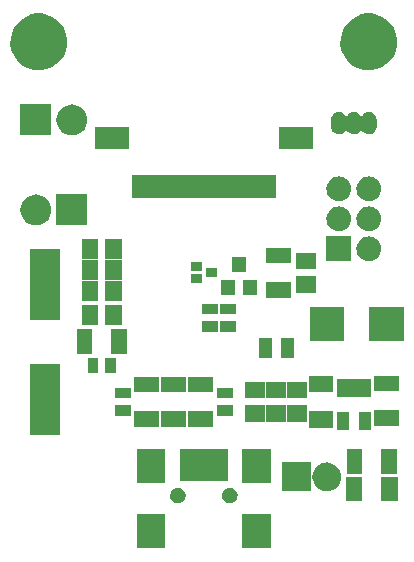
<source format=gts>
G04 #@! TF.FileFunction,Soldermask,Top*
%FSLAX46Y46*%
G04 Gerber Fmt 4.6, Leading zero omitted, Abs format (unit mm)*
G04 Created by KiCad (PCBNEW 4.0.7) date Thu Jul 12 22:31:34 2018*
%MOMM*%
%LPD*%
G01*
G04 APERTURE LIST*
%ADD10C,0.100000*%
G04 APERTURE END LIST*
D10*
G36*
X145350000Y-122868000D02*
X142950000Y-122868000D01*
X142950000Y-119968000D01*
X145350000Y-119968000D01*
X145350000Y-122868000D01*
X145350000Y-122868000D01*
G37*
G36*
X136450000Y-122868000D02*
X134050000Y-122868000D01*
X134050000Y-119968000D01*
X136450000Y-119968000D01*
X136450000Y-122868000D01*
X136450000Y-122868000D01*
G37*
G36*
X137568272Y-117768431D02*
X137693142Y-117794063D01*
X137810651Y-117843460D01*
X137916331Y-117914741D01*
X138006154Y-118005194D01*
X138076697Y-118111369D01*
X138125269Y-118229216D01*
X138149962Y-118353920D01*
X138149962Y-118353930D01*
X138150028Y-118354264D01*
X138147995Y-118499861D01*
X138147919Y-118500195D01*
X138147919Y-118500206D01*
X138119756Y-118624164D01*
X138067908Y-118740616D01*
X137994430Y-118844779D01*
X137902117Y-118932687D01*
X137794486Y-119000991D01*
X137675644Y-119047088D01*
X137550111Y-119069222D01*
X137422667Y-119066553D01*
X137298164Y-119039179D01*
X137181355Y-118988146D01*
X137076683Y-118915397D01*
X136988131Y-118823699D01*
X136919081Y-118716555D01*
X136872155Y-118598034D01*
X136849143Y-118472651D01*
X136850924Y-118345192D01*
X136877425Y-118220511D01*
X136927643Y-118103344D01*
X136999660Y-117998166D01*
X137090737Y-117908976D01*
X137197400Y-117839178D01*
X137315590Y-117791426D01*
X137440800Y-117767541D01*
X137568272Y-117768431D01*
X137568272Y-117768431D01*
G37*
G36*
X141968272Y-117768431D02*
X142093142Y-117794063D01*
X142210651Y-117843460D01*
X142316331Y-117914741D01*
X142406154Y-118005194D01*
X142476697Y-118111369D01*
X142525269Y-118229216D01*
X142549962Y-118353920D01*
X142549962Y-118353930D01*
X142550028Y-118354264D01*
X142547995Y-118499861D01*
X142547919Y-118500195D01*
X142547919Y-118500206D01*
X142519756Y-118624164D01*
X142467908Y-118740616D01*
X142394430Y-118844779D01*
X142302117Y-118932687D01*
X142194486Y-119000991D01*
X142075644Y-119047088D01*
X141950111Y-119069222D01*
X141822667Y-119066553D01*
X141698164Y-119039179D01*
X141581355Y-118988146D01*
X141476683Y-118915397D01*
X141388131Y-118823699D01*
X141319081Y-118716555D01*
X141272155Y-118598034D01*
X141249143Y-118472651D01*
X141250924Y-118345192D01*
X141277425Y-118220511D01*
X141327643Y-118103344D01*
X141399660Y-117998166D01*
X141490737Y-117908976D01*
X141597400Y-117839178D01*
X141715590Y-117791426D01*
X141840800Y-117767541D01*
X141968272Y-117768431D01*
X141968272Y-117768431D01*
G37*
G36*
X153124000Y-118856000D02*
X151724000Y-118856000D01*
X151724000Y-116856000D01*
X153124000Y-116856000D01*
X153124000Y-118856000D01*
X153124000Y-118856000D01*
G37*
G36*
X156124000Y-118856000D02*
X154724000Y-118856000D01*
X154724000Y-116856000D01*
X156124000Y-116856000D01*
X156124000Y-118856000D01*
X156124000Y-118856000D01*
G37*
G36*
X150358462Y-115642945D02*
X150358471Y-115642948D01*
X150358511Y-115642952D01*
X150585219Y-115713130D01*
X150793979Y-115826006D01*
X150976838Y-115977281D01*
X151126832Y-116161192D01*
X151238248Y-116370734D01*
X151306841Y-116597927D01*
X151330000Y-116834116D01*
X151330000Y-116845922D01*
X151329896Y-116860838D01*
X151329895Y-116860846D01*
X151329881Y-116862862D01*
X151303427Y-117098705D01*
X151231669Y-117324917D01*
X151117338Y-117532884D01*
X150964791Y-117714683D01*
X150779837Y-117863389D01*
X150569522Y-117973340D01*
X150341856Y-118040345D01*
X150341822Y-118040348D01*
X150341809Y-118040352D01*
X150105513Y-118061857D01*
X149869538Y-118037055D01*
X149869529Y-118037052D01*
X149869489Y-118037048D01*
X149642781Y-117966870D01*
X149434021Y-117853994D01*
X149251162Y-117702719D01*
X149101168Y-117518808D01*
X148989752Y-117309266D01*
X148921159Y-117082073D01*
X148898000Y-116845884D01*
X148898000Y-116834078D01*
X148898104Y-116819162D01*
X148898105Y-116819154D01*
X148898119Y-116817138D01*
X148924573Y-116581295D01*
X148996331Y-116355083D01*
X149110662Y-116147116D01*
X149263209Y-115965317D01*
X149448163Y-115816611D01*
X149658478Y-115706660D01*
X149886144Y-115639655D01*
X149886178Y-115639652D01*
X149886191Y-115639648D01*
X150122487Y-115618143D01*
X150358462Y-115642945D01*
X150358462Y-115642945D01*
G37*
G36*
X148790000Y-118056000D02*
X146358000Y-118056000D01*
X146358000Y-115624000D01*
X148790000Y-115624000D01*
X148790000Y-118056000D01*
X148790000Y-118056000D01*
G37*
G36*
X136450000Y-117368000D02*
X134050000Y-117368000D01*
X134050000Y-114468000D01*
X136450000Y-114468000D01*
X136450000Y-117368000D01*
X136450000Y-117368000D01*
G37*
G36*
X145350000Y-117368000D02*
X142950000Y-117368000D01*
X142950000Y-114468000D01*
X145350000Y-114468000D01*
X145350000Y-117368000D01*
X145350000Y-117368000D01*
G37*
G36*
X141750000Y-117168000D02*
X137650000Y-117168000D01*
X137650000Y-114468000D01*
X141750000Y-114468000D01*
X141750000Y-117168000D01*
X141750000Y-117168000D01*
G37*
G36*
X153124000Y-116620000D02*
X151824000Y-116620000D01*
X151824000Y-114520000D01*
X153124000Y-114520000D01*
X153124000Y-116620000D01*
X153124000Y-116620000D01*
G37*
G36*
X156024000Y-116620000D02*
X154724000Y-116620000D01*
X154724000Y-114520000D01*
X156024000Y-114520000D01*
X156024000Y-116620000D01*
X156024000Y-116620000D01*
G37*
G36*
X127488290Y-113259210D02*
X124987710Y-113259210D01*
X124987710Y-107258510D01*
X127488290Y-107258510D01*
X127488290Y-113259210D01*
X127488290Y-113259210D01*
G37*
G36*
X151950000Y-112844000D02*
X150950000Y-112844000D01*
X150950000Y-111344000D01*
X151950000Y-111344000D01*
X151950000Y-112844000D01*
X151950000Y-112844000D01*
G37*
G36*
X153850000Y-112844000D02*
X152850000Y-112844000D01*
X152850000Y-111344000D01*
X153850000Y-111344000D01*
X153850000Y-112844000D01*
X153850000Y-112844000D01*
G37*
G36*
X150606000Y-112690000D02*
X148606000Y-112690000D01*
X148606000Y-111290000D01*
X150606000Y-111290000D01*
X150606000Y-112690000D01*
X150606000Y-112690000D01*
G37*
G36*
X140496000Y-112590000D02*
X138396000Y-112590000D01*
X138396000Y-111290000D01*
X140496000Y-111290000D01*
X140496000Y-112590000D01*
X140496000Y-112590000D01*
G37*
G36*
X138210000Y-112590000D02*
X136110000Y-112590000D01*
X136110000Y-111290000D01*
X138210000Y-111290000D01*
X138210000Y-112590000D01*
X138210000Y-112590000D01*
G37*
G36*
X135924000Y-112590000D02*
X133824000Y-112590000D01*
X133824000Y-111290000D01*
X135924000Y-111290000D01*
X135924000Y-112590000D01*
X135924000Y-112590000D01*
G37*
G36*
X156244000Y-112516000D02*
X154144000Y-112516000D01*
X154144000Y-111216000D01*
X156244000Y-111216000D01*
X156244000Y-112516000D01*
X156244000Y-112516000D01*
G37*
G36*
X146621000Y-112190000D02*
X144971000Y-112190000D01*
X144971000Y-110790000D01*
X146621000Y-110790000D01*
X146621000Y-112190000D01*
X146621000Y-112190000D01*
G37*
G36*
X144843000Y-112190000D02*
X143193000Y-112190000D01*
X143193000Y-110790000D01*
X144843000Y-110790000D01*
X144843000Y-112190000D01*
X144843000Y-112190000D01*
G37*
G36*
X148399000Y-112190000D02*
X146749000Y-112190000D01*
X146749000Y-110790000D01*
X148399000Y-110790000D01*
X148399000Y-112190000D01*
X148399000Y-112190000D01*
G37*
G36*
X133492000Y-111690000D02*
X132192000Y-111690000D01*
X132192000Y-110790000D01*
X133492000Y-110790000D01*
X133492000Y-111690000D01*
X133492000Y-111690000D01*
G37*
G36*
X142128000Y-111690000D02*
X140828000Y-111690000D01*
X140828000Y-110790000D01*
X142128000Y-110790000D01*
X142128000Y-111690000D01*
X142128000Y-111690000D01*
G37*
G36*
X148399000Y-110190000D02*
X146749000Y-110190000D01*
X146749000Y-108790000D01*
X148399000Y-108790000D01*
X148399000Y-110190000D01*
X148399000Y-110190000D01*
G37*
G36*
X146621000Y-110190000D02*
X144971000Y-110190000D01*
X144971000Y-108790000D01*
X146621000Y-108790000D01*
X146621000Y-110190000D01*
X146621000Y-110190000D01*
G37*
G36*
X133492000Y-110190000D02*
X132192000Y-110190000D01*
X132192000Y-109290000D01*
X133492000Y-109290000D01*
X133492000Y-110190000D01*
X133492000Y-110190000D01*
G37*
G36*
X144843000Y-110190000D02*
X143193000Y-110190000D01*
X143193000Y-108790000D01*
X144843000Y-108790000D01*
X144843000Y-110190000D01*
X144843000Y-110190000D01*
G37*
G36*
X142128000Y-110190000D02*
X140828000Y-110190000D01*
X140828000Y-109290000D01*
X142128000Y-109290000D01*
X142128000Y-110190000D01*
X142128000Y-110190000D01*
G37*
G36*
X153850000Y-110044000D02*
X150950000Y-110044000D01*
X150950000Y-108544000D01*
X153850000Y-108544000D01*
X153850000Y-110044000D01*
X153850000Y-110044000D01*
G37*
G36*
X140496000Y-109690000D02*
X138396000Y-109690000D01*
X138396000Y-108390000D01*
X140496000Y-108390000D01*
X140496000Y-109690000D01*
X140496000Y-109690000D01*
G37*
G36*
X150606000Y-109690000D02*
X148606000Y-109690000D01*
X148606000Y-108290000D01*
X150606000Y-108290000D01*
X150606000Y-109690000D01*
X150606000Y-109690000D01*
G37*
G36*
X135924000Y-109690000D02*
X133824000Y-109690000D01*
X133824000Y-108390000D01*
X135924000Y-108390000D01*
X135924000Y-109690000D01*
X135924000Y-109690000D01*
G37*
G36*
X138210000Y-109690000D02*
X136110000Y-109690000D01*
X136110000Y-108390000D01*
X138210000Y-108390000D01*
X138210000Y-109690000D01*
X138210000Y-109690000D01*
G37*
G36*
X156244000Y-109616000D02*
X154144000Y-109616000D01*
X154144000Y-108316000D01*
X156244000Y-108316000D01*
X156244000Y-109616000D01*
X156244000Y-109616000D01*
G37*
G36*
X130764000Y-108092000D02*
X129864000Y-108092000D01*
X129864000Y-106792000D01*
X130764000Y-106792000D01*
X130764000Y-108092000D01*
X130764000Y-108092000D01*
G37*
G36*
X132264000Y-108092000D02*
X131364000Y-108092000D01*
X131364000Y-106792000D01*
X132264000Y-106792000D01*
X132264000Y-108092000D01*
X132264000Y-108092000D01*
G37*
G36*
X145462000Y-106768000D02*
X144362000Y-106768000D01*
X144362000Y-105068000D01*
X145462000Y-105068000D01*
X145462000Y-106768000D01*
X145462000Y-106768000D01*
G37*
G36*
X147362000Y-106768000D02*
X146262000Y-106768000D01*
X146262000Y-105068000D01*
X147362000Y-105068000D01*
X147362000Y-106768000D01*
X147362000Y-106768000D01*
G37*
G36*
X130264000Y-106460000D02*
X128964000Y-106460000D01*
X128964000Y-104360000D01*
X130264000Y-104360000D01*
X130264000Y-106460000D01*
X130264000Y-106460000D01*
G37*
G36*
X133164000Y-106460000D02*
X131864000Y-106460000D01*
X131864000Y-104360000D01*
X133164000Y-104360000D01*
X133164000Y-106460000D01*
X133164000Y-106460000D01*
G37*
G36*
X151604000Y-105336000D02*
X148654000Y-105336000D01*
X148654000Y-102436000D01*
X151604000Y-102436000D01*
X151604000Y-105336000D01*
X151604000Y-105336000D01*
G37*
G36*
X156654000Y-105336000D02*
X153704000Y-105336000D01*
X153704000Y-102436000D01*
X156654000Y-102436000D01*
X156654000Y-105336000D01*
X156654000Y-105336000D01*
G37*
G36*
X140858000Y-104578000D02*
X139558000Y-104578000D01*
X139558000Y-103678000D01*
X140858000Y-103678000D01*
X140858000Y-104578000D01*
X140858000Y-104578000D01*
G37*
G36*
X142382000Y-104578000D02*
X141082000Y-104578000D01*
X141082000Y-103678000D01*
X142382000Y-103678000D01*
X142382000Y-104578000D01*
X142382000Y-104578000D01*
G37*
G36*
X132748000Y-103949000D02*
X131348000Y-103949000D01*
X131348000Y-102299000D01*
X132748000Y-102299000D01*
X132748000Y-103949000D01*
X132748000Y-103949000D01*
G37*
G36*
X130748000Y-103949000D02*
X129348000Y-103949000D01*
X129348000Y-102299000D01*
X130748000Y-102299000D01*
X130748000Y-103949000D01*
X130748000Y-103949000D01*
G37*
G36*
X127488290Y-103561490D02*
X124987710Y-103561490D01*
X124987710Y-97560790D01*
X127488290Y-97560790D01*
X127488290Y-103561490D01*
X127488290Y-103561490D01*
G37*
G36*
X140858000Y-103078000D02*
X139558000Y-103078000D01*
X139558000Y-102178000D01*
X140858000Y-102178000D01*
X140858000Y-103078000D01*
X140858000Y-103078000D01*
G37*
G36*
X142382000Y-103078000D02*
X141082000Y-103078000D01*
X141082000Y-102178000D01*
X142382000Y-102178000D01*
X142382000Y-103078000D01*
X142382000Y-103078000D01*
G37*
G36*
X132764000Y-101917000D02*
X131364000Y-101917000D01*
X131364000Y-100267000D01*
X132764000Y-100267000D01*
X132764000Y-101917000D01*
X132764000Y-101917000D01*
G37*
G36*
X130764000Y-101917000D02*
X129364000Y-101917000D01*
X129364000Y-100267000D01*
X130764000Y-100267000D01*
X130764000Y-101917000D01*
X130764000Y-101917000D01*
G37*
G36*
X147100000Y-101668000D02*
X145000000Y-101668000D01*
X145000000Y-100368000D01*
X147100000Y-100368000D01*
X147100000Y-101668000D01*
X147100000Y-101668000D01*
G37*
G36*
X142332000Y-101488000D02*
X141132000Y-101488000D01*
X141132000Y-100188000D01*
X142332000Y-100188000D01*
X142332000Y-101488000D01*
X142332000Y-101488000D01*
G37*
G36*
X144232000Y-101488000D02*
X143032000Y-101488000D01*
X143032000Y-100188000D01*
X144232000Y-100188000D01*
X144232000Y-101488000D01*
X144232000Y-101488000D01*
G37*
G36*
X149161000Y-101268000D02*
X147511000Y-101268000D01*
X147511000Y-99868000D01*
X149161000Y-99868000D01*
X149161000Y-101268000D01*
X149161000Y-101268000D01*
G37*
G36*
X139507000Y-100446000D02*
X138599000Y-100446000D01*
X138599000Y-99690000D01*
X139507000Y-99690000D01*
X139507000Y-100446000D01*
X139507000Y-100446000D01*
G37*
G36*
X130764000Y-100139000D02*
X129364000Y-100139000D01*
X129364000Y-98489000D01*
X130764000Y-98489000D01*
X130764000Y-100139000D01*
X130764000Y-100139000D01*
G37*
G36*
X132764000Y-100139000D02*
X131364000Y-100139000D01*
X131364000Y-98489000D01*
X132764000Y-98489000D01*
X132764000Y-100139000D01*
X132764000Y-100139000D01*
G37*
G36*
X140802000Y-99946000D02*
X139894000Y-99946000D01*
X139894000Y-99190000D01*
X140802000Y-99190000D01*
X140802000Y-99946000D01*
X140802000Y-99946000D01*
G37*
G36*
X143282000Y-99488000D02*
X142082000Y-99488000D01*
X142082000Y-98188000D01*
X143282000Y-98188000D01*
X143282000Y-99488000D01*
X143282000Y-99488000D01*
G37*
G36*
X139507000Y-99446000D02*
X138599000Y-99446000D01*
X138599000Y-98690000D01*
X139507000Y-98690000D01*
X139507000Y-99446000D01*
X139507000Y-99446000D01*
G37*
G36*
X149161000Y-99268000D02*
X147511000Y-99268000D01*
X147511000Y-97868000D01*
X149161000Y-97868000D01*
X149161000Y-99268000D01*
X149161000Y-99268000D01*
G37*
G36*
X147100000Y-98768000D02*
X145000000Y-98768000D01*
X145000000Y-97468000D01*
X147100000Y-97468000D01*
X147100000Y-98768000D01*
X147100000Y-98768000D01*
G37*
G36*
X153684470Y-96486065D02*
X153689741Y-96486102D01*
X153893388Y-96508945D01*
X154088720Y-96570908D01*
X154268296Y-96669631D01*
X154425277Y-96801353D01*
X154553684Y-96961059D01*
X154648624Y-97142663D01*
X154706483Y-97339250D01*
X154706487Y-97339289D01*
X154706489Y-97339297D01*
X154725057Y-97543328D01*
X154703642Y-97747082D01*
X154703639Y-97747091D01*
X154703635Y-97747132D01*
X154643037Y-97942891D01*
X154545570Y-98123153D01*
X154414947Y-98281049D01*
X154256142Y-98410567D01*
X154075205Y-98506773D01*
X153879027Y-98566003D01*
X153675081Y-98586000D01*
X153664882Y-98586000D01*
X153655530Y-98585935D01*
X153650259Y-98585898D01*
X153446612Y-98563055D01*
X153251280Y-98501092D01*
X153071704Y-98402369D01*
X152914723Y-98270647D01*
X152786316Y-98110941D01*
X152691376Y-97929337D01*
X152633517Y-97732750D01*
X152633513Y-97732711D01*
X152633511Y-97732703D01*
X152614943Y-97528672D01*
X152636358Y-97324918D01*
X152636361Y-97324909D01*
X152636365Y-97324868D01*
X152696963Y-97129109D01*
X152794430Y-96948847D01*
X152925053Y-96790951D01*
X153083858Y-96661433D01*
X153264795Y-96565227D01*
X153460973Y-96505997D01*
X153664919Y-96486000D01*
X153675118Y-96486000D01*
X153684470Y-96486065D01*
X153684470Y-96486065D01*
G37*
G36*
X152180000Y-98586000D02*
X150080000Y-98586000D01*
X150080000Y-96486000D01*
X152180000Y-96486000D01*
X152180000Y-98586000D01*
X152180000Y-98586000D01*
G37*
G36*
X130764000Y-98361000D02*
X129364000Y-98361000D01*
X129364000Y-96711000D01*
X130764000Y-96711000D01*
X130764000Y-98361000D01*
X130764000Y-98361000D01*
G37*
G36*
X132764000Y-98361000D02*
X131364000Y-98361000D01*
X131364000Y-96711000D01*
X132764000Y-96711000D01*
X132764000Y-98361000D01*
X132764000Y-98361000D01*
G37*
G36*
X153684470Y-93946065D02*
X153689741Y-93946102D01*
X153893388Y-93968945D01*
X154088720Y-94030908D01*
X154268296Y-94129631D01*
X154425277Y-94261353D01*
X154553684Y-94421059D01*
X154648624Y-94602663D01*
X154706483Y-94799250D01*
X154706487Y-94799289D01*
X154706489Y-94799297D01*
X154725057Y-95003328D01*
X154703642Y-95207082D01*
X154703639Y-95207091D01*
X154703635Y-95207132D01*
X154643037Y-95402891D01*
X154545570Y-95583153D01*
X154414947Y-95741049D01*
X154256142Y-95870567D01*
X154075205Y-95966773D01*
X153879027Y-96026003D01*
X153675081Y-96046000D01*
X153664882Y-96046000D01*
X153655530Y-96045935D01*
X153650259Y-96045898D01*
X153446612Y-96023055D01*
X153251280Y-95961092D01*
X153071704Y-95862369D01*
X152914723Y-95730647D01*
X152786316Y-95570941D01*
X152691376Y-95389337D01*
X152633517Y-95192750D01*
X152633513Y-95192711D01*
X152633511Y-95192703D01*
X152614943Y-94988672D01*
X152636358Y-94784918D01*
X152636361Y-94784909D01*
X152636365Y-94784868D01*
X152696963Y-94589109D01*
X152794430Y-94408847D01*
X152925053Y-94250951D01*
X153083858Y-94121433D01*
X153264795Y-94025227D01*
X153460973Y-93965997D01*
X153664919Y-93946000D01*
X153675118Y-93946000D01*
X153684470Y-93946065D01*
X153684470Y-93946065D01*
G37*
G36*
X151144470Y-93946065D02*
X151149741Y-93946102D01*
X151353388Y-93968945D01*
X151548720Y-94030908D01*
X151728296Y-94129631D01*
X151885277Y-94261353D01*
X152013684Y-94421059D01*
X152108624Y-94602663D01*
X152166483Y-94799250D01*
X152166487Y-94799289D01*
X152166489Y-94799297D01*
X152185057Y-95003328D01*
X152163642Y-95207082D01*
X152163639Y-95207091D01*
X152163635Y-95207132D01*
X152103037Y-95402891D01*
X152005570Y-95583153D01*
X151874947Y-95741049D01*
X151716142Y-95870567D01*
X151535205Y-95966773D01*
X151339027Y-96026003D01*
X151135081Y-96046000D01*
X151124882Y-96046000D01*
X151115530Y-96045935D01*
X151110259Y-96045898D01*
X150906612Y-96023055D01*
X150711280Y-95961092D01*
X150531704Y-95862369D01*
X150374723Y-95730647D01*
X150246316Y-95570941D01*
X150151376Y-95389337D01*
X150093517Y-95192750D01*
X150093513Y-95192711D01*
X150093511Y-95192703D01*
X150074943Y-94988672D01*
X150096358Y-94784918D01*
X150096361Y-94784909D01*
X150096365Y-94784868D01*
X150156963Y-94589109D01*
X150254430Y-94408847D01*
X150385053Y-94250951D01*
X150543858Y-94121433D01*
X150724795Y-94025227D01*
X150920973Y-93965997D01*
X151124919Y-93946000D01*
X151135118Y-93946000D01*
X151144470Y-93946065D01*
X151144470Y-93946065D01*
G37*
G36*
X125737351Y-92954254D02*
X125737364Y-92954258D01*
X125737401Y-92954262D01*
X125979770Y-93029288D01*
X126202951Y-93149961D01*
X126398442Y-93311686D01*
X126558798Y-93508301D01*
X126677910Y-93732319D01*
X126751242Y-93975205D01*
X126776000Y-94227710D01*
X126776000Y-94240290D01*
X126775873Y-94258441D01*
X126747592Y-94510575D01*
X126670876Y-94752414D01*
X126548648Y-94974747D01*
X126385562Y-95169104D01*
X126187832Y-95328084D01*
X125962989Y-95445629D01*
X125719596Y-95517263D01*
X125719562Y-95517266D01*
X125719549Y-95517270D01*
X125466926Y-95540261D01*
X125214649Y-95513746D01*
X125214636Y-95513742D01*
X125214599Y-95513738D01*
X124972230Y-95438712D01*
X124749049Y-95318039D01*
X124553558Y-95156314D01*
X124393202Y-94959699D01*
X124274090Y-94735681D01*
X124200758Y-94492795D01*
X124176000Y-94240290D01*
X124176000Y-94227710D01*
X124176127Y-94209559D01*
X124204408Y-93957425D01*
X124281124Y-93715586D01*
X124403352Y-93493253D01*
X124566438Y-93298896D01*
X124764168Y-93139916D01*
X124989011Y-93022371D01*
X125232404Y-92950737D01*
X125232438Y-92950734D01*
X125232451Y-92950730D01*
X125485074Y-92927739D01*
X125737351Y-92954254D01*
X125737351Y-92954254D01*
G37*
G36*
X129824000Y-95534000D02*
X127224000Y-95534000D01*
X127224000Y-92934000D01*
X129824000Y-92934000D01*
X129824000Y-95534000D01*
X129824000Y-95534000D01*
G37*
G36*
X151144470Y-91406065D02*
X151149741Y-91406102D01*
X151353388Y-91428945D01*
X151548720Y-91490908D01*
X151728296Y-91589631D01*
X151885277Y-91721353D01*
X152013684Y-91881059D01*
X152108624Y-92062663D01*
X152166483Y-92259250D01*
X152166487Y-92259289D01*
X152166489Y-92259297D01*
X152185057Y-92463328D01*
X152163642Y-92667082D01*
X152163639Y-92667091D01*
X152163635Y-92667132D01*
X152103037Y-92862891D01*
X152005570Y-93043153D01*
X151874947Y-93201049D01*
X151716142Y-93330567D01*
X151535205Y-93426773D01*
X151339027Y-93486003D01*
X151135081Y-93506000D01*
X151124882Y-93506000D01*
X151115530Y-93505935D01*
X151110259Y-93505898D01*
X150906612Y-93483055D01*
X150711280Y-93421092D01*
X150531704Y-93322369D01*
X150374723Y-93190647D01*
X150246316Y-93030941D01*
X150151376Y-92849337D01*
X150093517Y-92652750D01*
X150093513Y-92652711D01*
X150093511Y-92652703D01*
X150074943Y-92448672D01*
X150096358Y-92244918D01*
X150096361Y-92244909D01*
X150096365Y-92244868D01*
X150156963Y-92049109D01*
X150254430Y-91868847D01*
X150385053Y-91710951D01*
X150543858Y-91581433D01*
X150724795Y-91485227D01*
X150920973Y-91425997D01*
X151124919Y-91406000D01*
X151135118Y-91406000D01*
X151144470Y-91406065D01*
X151144470Y-91406065D01*
G37*
G36*
X153684470Y-91406065D02*
X153689741Y-91406102D01*
X153893388Y-91428945D01*
X154088720Y-91490908D01*
X154268296Y-91589631D01*
X154425277Y-91721353D01*
X154553684Y-91881059D01*
X154648624Y-92062663D01*
X154706483Y-92259250D01*
X154706487Y-92259289D01*
X154706489Y-92259297D01*
X154725057Y-92463328D01*
X154703642Y-92667082D01*
X154703639Y-92667091D01*
X154703635Y-92667132D01*
X154643037Y-92862891D01*
X154545570Y-93043153D01*
X154414947Y-93201049D01*
X154256142Y-93330567D01*
X154075205Y-93426773D01*
X153879027Y-93486003D01*
X153675081Y-93506000D01*
X153664882Y-93506000D01*
X153655530Y-93505935D01*
X153650259Y-93505898D01*
X153446612Y-93483055D01*
X153251280Y-93421092D01*
X153071704Y-93322369D01*
X152914723Y-93190647D01*
X152786316Y-93030941D01*
X152691376Y-92849337D01*
X152633517Y-92652750D01*
X152633513Y-92652711D01*
X152633511Y-92652703D01*
X152614943Y-92448672D01*
X152636358Y-92244918D01*
X152636361Y-92244909D01*
X152636365Y-92244868D01*
X152696963Y-92049109D01*
X152794430Y-91868847D01*
X152925053Y-91710951D01*
X153083858Y-91581433D01*
X153264795Y-91485227D01*
X153460973Y-91425997D01*
X153664919Y-91406000D01*
X153675118Y-91406000D01*
X153684470Y-91406065D01*
X153684470Y-91406065D01*
G37*
G36*
X145775000Y-93200000D02*
X133625000Y-93200000D01*
X133625000Y-91300000D01*
X145775000Y-91300000D01*
X145775000Y-93200000D01*
X145775000Y-93200000D01*
G37*
G36*
X133350000Y-89100000D02*
X130450000Y-89100000D01*
X130450000Y-87200000D01*
X133350000Y-87200000D01*
X133350000Y-89100000D01*
X133350000Y-89100000D01*
G37*
G36*
X148950000Y-89100000D02*
X146050000Y-89100000D01*
X146050000Y-87200000D01*
X148950000Y-87200000D01*
X148950000Y-89100000D01*
X148950000Y-89100000D01*
G37*
G36*
X128785351Y-85334254D02*
X128785364Y-85334258D01*
X128785401Y-85334262D01*
X129027770Y-85409288D01*
X129250951Y-85529961D01*
X129446442Y-85691686D01*
X129606798Y-85888301D01*
X129725910Y-86112319D01*
X129799242Y-86355205D01*
X129824000Y-86607710D01*
X129824000Y-86620290D01*
X129823873Y-86638441D01*
X129795592Y-86890575D01*
X129718876Y-87132414D01*
X129596648Y-87354747D01*
X129433562Y-87549104D01*
X129235832Y-87708084D01*
X129010989Y-87825629D01*
X128767596Y-87897263D01*
X128767562Y-87897266D01*
X128767549Y-87897270D01*
X128514926Y-87920261D01*
X128262649Y-87893746D01*
X128262636Y-87893742D01*
X128262599Y-87893738D01*
X128020230Y-87818712D01*
X127797049Y-87698039D01*
X127601558Y-87536314D01*
X127441202Y-87339699D01*
X127322090Y-87115681D01*
X127248758Y-86872795D01*
X127224000Y-86620290D01*
X127224000Y-86607710D01*
X127224127Y-86589559D01*
X127252408Y-86337425D01*
X127329124Y-86095586D01*
X127451352Y-85873253D01*
X127614438Y-85678896D01*
X127812168Y-85519916D01*
X128037011Y-85402371D01*
X128280404Y-85330737D01*
X128280438Y-85330734D01*
X128280451Y-85330730D01*
X128533074Y-85307739D01*
X128785351Y-85334254D01*
X128785351Y-85334254D01*
G37*
G36*
X126776000Y-87914000D02*
X124176000Y-87914000D01*
X124176000Y-85314000D01*
X126776000Y-85314000D01*
X126776000Y-87914000D01*
X126776000Y-87914000D01*
G37*
G36*
X153800568Y-85926092D02*
X153800578Y-85926095D01*
X153800616Y-85926099D01*
X153921722Y-85963587D01*
X154033241Y-86023885D01*
X154130923Y-86104695D01*
X154211049Y-86202939D01*
X154270567Y-86314875D01*
X154307209Y-86436240D01*
X154319580Y-86562411D01*
X154319580Y-87173589D01*
X154319517Y-87182659D01*
X154305385Y-87308644D01*
X154267052Y-87429486D01*
X154205977Y-87540580D01*
X154124487Y-87637696D01*
X154025686Y-87717134D01*
X153913337Y-87775869D01*
X153791719Y-87811663D01*
X153791689Y-87811666D01*
X153791671Y-87811671D01*
X153665468Y-87823156D01*
X153539432Y-87809908D01*
X153539422Y-87809905D01*
X153539384Y-87809901D01*
X153418278Y-87772413D01*
X153306759Y-87712115D01*
X153209077Y-87631305D01*
X153128951Y-87533061D01*
X153079000Y-87439117D01*
X153071236Y-87428466D01*
X153060109Y-87419855D01*
X153047024Y-87414685D01*
X153033016Y-87413365D01*
X153019195Y-87415999D01*
X153006656Y-87422380D01*
X152996391Y-87432002D01*
X152992341Y-87438055D01*
X152935977Y-87540580D01*
X152854487Y-87637696D01*
X152755686Y-87717134D01*
X152643337Y-87775869D01*
X152521719Y-87811663D01*
X152521689Y-87811666D01*
X152521671Y-87811671D01*
X152395468Y-87823156D01*
X152269432Y-87809908D01*
X152269422Y-87809905D01*
X152269384Y-87809901D01*
X152148278Y-87772413D01*
X152036759Y-87712115D01*
X151939077Y-87631305D01*
X151858951Y-87533061D01*
X151809000Y-87439117D01*
X151801236Y-87428466D01*
X151790109Y-87419855D01*
X151777024Y-87414685D01*
X151763016Y-87413365D01*
X151749195Y-87415999D01*
X151736656Y-87422380D01*
X151726391Y-87432002D01*
X151722341Y-87438055D01*
X151665977Y-87540580D01*
X151584487Y-87637696D01*
X151485686Y-87717134D01*
X151373337Y-87775869D01*
X151251719Y-87811663D01*
X151251689Y-87811666D01*
X151251671Y-87811671D01*
X151125468Y-87823156D01*
X150999432Y-87809908D01*
X150999422Y-87809905D01*
X150999384Y-87809901D01*
X150878278Y-87772413D01*
X150766759Y-87712115D01*
X150669077Y-87631305D01*
X150588951Y-87533061D01*
X150529433Y-87421125D01*
X150492791Y-87299760D01*
X150480420Y-87173589D01*
X150480420Y-86562411D01*
X150480483Y-86553341D01*
X150494615Y-86427356D01*
X150532948Y-86306514D01*
X150594023Y-86195420D01*
X150675513Y-86098304D01*
X150774314Y-86018866D01*
X150886663Y-85960131D01*
X151008281Y-85924337D01*
X151008311Y-85924334D01*
X151008329Y-85924329D01*
X151134532Y-85912844D01*
X151260568Y-85926092D01*
X151260578Y-85926095D01*
X151260616Y-85926099D01*
X151381722Y-85963587D01*
X151493241Y-86023885D01*
X151590923Y-86104695D01*
X151671049Y-86202939D01*
X151721000Y-86296883D01*
X151728764Y-86307534D01*
X151739891Y-86316145D01*
X151752976Y-86321315D01*
X151766984Y-86322635D01*
X151780805Y-86320001D01*
X151793344Y-86313620D01*
X151803609Y-86303998D01*
X151807659Y-86297945D01*
X151864023Y-86195420D01*
X151945513Y-86098304D01*
X152044314Y-86018866D01*
X152156663Y-85960131D01*
X152278281Y-85924337D01*
X152278311Y-85924334D01*
X152278329Y-85924329D01*
X152404532Y-85912844D01*
X152530568Y-85926092D01*
X152530578Y-85926095D01*
X152530616Y-85926099D01*
X152651722Y-85963587D01*
X152763241Y-86023885D01*
X152860923Y-86104695D01*
X152941049Y-86202939D01*
X152991000Y-86296883D01*
X152998764Y-86307534D01*
X153009891Y-86316145D01*
X153022976Y-86321315D01*
X153036984Y-86322635D01*
X153050805Y-86320001D01*
X153063344Y-86313620D01*
X153073609Y-86303998D01*
X153077659Y-86297945D01*
X153134023Y-86195420D01*
X153215513Y-86098304D01*
X153314314Y-86018866D01*
X153426663Y-85960131D01*
X153548281Y-85924337D01*
X153548311Y-85924334D01*
X153548329Y-85924329D01*
X153674532Y-85912844D01*
X153800568Y-85926092D01*
X153800568Y-85926092D01*
G37*
G36*
X125982082Y-77611596D02*
X126443135Y-77706237D01*
X126877021Y-77888626D01*
X127267220Y-78151818D01*
X127598869Y-78485791D01*
X127859331Y-78877816D01*
X128038686Y-79312965D01*
X128130038Y-79774324D01*
X128130038Y-79774339D01*
X128130103Y-79774668D01*
X128122597Y-80312255D01*
X128122521Y-80312589D01*
X128122521Y-80312601D01*
X128018325Y-80771222D01*
X127826887Y-81201197D01*
X127555582Y-81585798D01*
X127214735Y-81910381D01*
X126817344Y-82162573D01*
X126378531Y-82332779D01*
X125915019Y-82414507D01*
X125444458Y-82404651D01*
X124984766Y-82303581D01*
X124553470Y-82115153D01*
X124166985Y-81846538D01*
X123840031Y-81507968D01*
X123585071Y-81112347D01*
X123411807Y-80674733D01*
X123326842Y-80211796D01*
X123333414Y-79741179D01*
X123431270Y-79280802D01*
X123616686Y-78848195D01*
X123882596Y-78459844D01*
X124218874Y-78130535D01*
X124612708Y-77872817D01*
X125049101Y-77696503D01*
X125511426Y-77608310D01*
X125982082Y-77611596D01*
X125982082Y-77611596D01*
G37*
G36*
X153922082Y-77611596D02*
X154383135Y-77706237D01*
X154817021Y-77888626D01*
X155207220Y-78151818D01*
X155538869Y-78485791D01*
X155799331Y-78877816D01*
X155978686Y-79312965D01*
X156070038Y-79774324D01*
X156070038Y-79774339D01*
X156070103Y-79774668D01*
X156062597Y-80312255D01*
X156062521Y-80312589D01*
X156062521Y-80312601D01*
X155958325Y-80771222D01*
X155766887Y-81201197D01*
X155495582Y-81585798D01*
X155154735Y-81910381D01*
X154757344Y-82162573D01*
X154318531Y-82332779D01*
X153855019Y-82414507D01*
X153384458Y-82404651D01*
X152924766Y-82303581D01*
X152493470Y-82115153D01*
X152106985Y-81846538D01*
X151780031Y-81507968D01*
X151525071Y-81112347D01*
X151351807Y-80674733D01*
X151266842Y-80211796D01*
X151273414Y-79741179D01*
X151371270Y-79280802D01*
X151556686Y-78848195D01*
X151822596Y-78459844D01*
X152158874Y-78130535D01*
X152552708Y-77872817D01*
X152989101Y-77696503D01*
X153451426Y-77608310D01*
X153922082Y-77611596D01*
X153922082Y-77611596D01*
G37*
M02*

</source>
